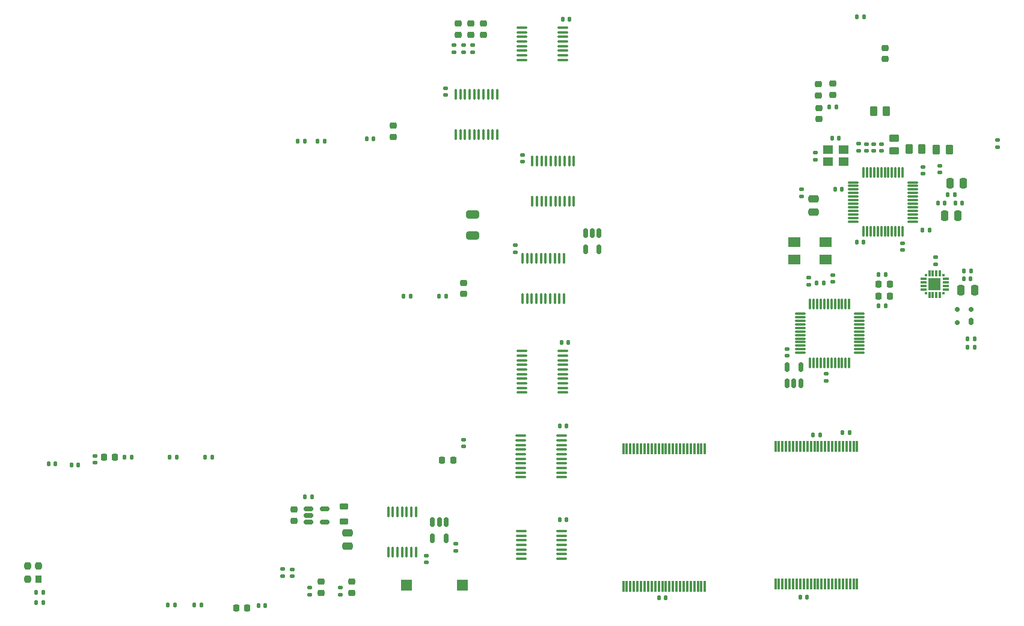
<source format=gtp>
G04 #@! TF.GenerationSoftware,KiCad,Pcbnew,8.0.4*
G04 #@! TF.CreationDate,2024-08-11T20:40:03-07:00*
G04 #@! TF.ProjectId,ns32k,6e733332-6b2e-46b6-9963-61645f706362,4*
G04 #@! TF.SameCoordinates,Original*
G04 #@! TF.FileFunction,Paste,Top*
G04 #@! TF.FilePolarity,Positive*
%FSLAX46Y46*%
G04 Gerber Fmt 4.6, Leading zero omitted, Abs format (unit mm)*
G04 Created by KiCad (PCBNEW 8.0.4) date 2024-08-11 20:40:03*
%MOMM*%
%LPD*%
G01*
G04 APERTURE LIST*
G04 Aperture macros list*
%AMRoundRect*
0 Rectangle with rounded corners*
0 $1 Rounding radius*
0 $2 $3 $4 $5 $6 $7 $8 $9 X,Y pos of 4 corners*
0 Add a 4 corners polygon primitive as box body*
4,1,4,$2,$3,$4,$5,$6,$7,$8,$9,$2,$3,0*
0 Add four circle primitives for the rounded corners*
1,1,$1+$1,$2,$3*
1,1,$1+$1,$4,$5*
1,1,$1+$1,$6,$7*
1,1,$1+$1,$8,$9*
0 Add four rect primitives between the rounded corners*
20,1,$1+$1,$2,$3,$4,$5,0*
20,1,$1+$1,$4,$5,$6,$7,0*
20,1,$1+$1,$6,$7,$8,$9,0*
20,1,$1+$1,$8,$9,$2,$3,0*%
G04 Aperture macros list end*
%ADD10RoundRect,0.135000X0.185000X-0.135000X0.185000X0.135000X-0.185000X0.135000X-0.185000X-0.135000X0*%
%ADD11RoundRect,0.140000X0.140000X0.170000X-0.140000X0.170000X-0.140000X-0.170000X0.140000X-0.170000X0*%
%ADD12RoundRect,0.135000X0.135000X0.185000X-0.135000X0.185000X-0.135000X-0.185000X0.135000X-0.185000X0*%
%ADD13RoundRect,0.250000X-0.475000X0.250000X-0.475000X-0.250000X0.475000X-0.250000X0.475000X0.250000X0*%
%ADD14RoundRect,0.140000X-0.170000X0.140000X-0.170000X-0.140000X0.170000X-0.140000X0.170000X0.140000X0*%
%ADD15RoundRect,0.100000X0.100000X-0.637500X0.100000X0.637500X-0.100000X0.637500X-0.100000X-0.637500X0*%
%ADD16RoundRect,0.140000X0.170000X-0.140000X0.170000X0.140000X-0.170000X0.140000X-0.170000X-0.140000X0*%
%ADD17RoundRect,0.135000X-0.135000X-0.185000X0.135000X-0.185000X0.135000X0.185000X-0.135000X0.185000X0*%
%ADD18RoundRect,0.218750X0.218750X0.256250X-0.218750X0.256250X-0.218750X-0.256250X0.218750X-0.256250X0*%
%ADD19RoundRect,0.140000X-0.140000X-0.170000X0.140000X-0.170000X0.140000X0.170000X-0.140000X0.170000X0*%
%ADD20RoundRect,0.218750X-0.256250X0.218750X-0.256250X-0.218750X0.256250X-0.218750X0.256250X0.218750X0*%
%ADD21RoundRect,0.100000X-0.637500X-0.100000X0.637500X-0.100000X0.637500X0.100000X-0.637500X0.100000X0*%
%ADD22RoundRect,0.150000X-0.150000X0.512500X-0.150000X-0.512500X0.150000X-0.512500X0.150000X0.512500X0*%
%ADD23RoundRect,0.075000X0.662500X0.075000X-0.662500X0.075000X-0.662500X-0.075000X0.662500X-0.075000X0*%
%ADD24RoundRect,0.075000X0.075000X0.662500X-0.075000X0.662500X-0.075000X-0.662500X0.075000X-0.662500X0*%
%ADD25RoundRect,0.135000X-0.185000X0.135000X-0.185000X-0.135000X0.185000X-0.135000X0.185000X0.135000X0*%
%ADD26RoundRect,0.225000X-0.250000X0.225000X-0.250000X-0.225000X0.250000X-0.225000X0.250000X0.225000X0*%
%ADD27RoundRect,0.100000X-0.100000X0.637500X-0.100000X-0.637500X0.100000X-0.637500X0.100000X0.637500X0*%
%ADD28RoundRect,0.175000X0.175000X0.325000X-0.175000X0.325000X-0.175000X-0.325000X0.175000X-0.325000X0*%
%ADD29RoundRect,0.150000X0.200000X0.150000X-0.200000X0.150000X-0.200000X-0.150000X0.200000X-0.150000X0*%
%ADD30RoundRect,0.250000X0.450000X-0.262500X0.450000X0.262500X-0.450000X0.262500X-0.450000X-0.262500X0*%
%ADD31RoundRect,0.147500X-0.147500X-0.172500X0.147500X-0.172500X0.147500X0.172500X-0.147500X0.172500X0*%
%ADD32RoundRect,0.225000X-0.225000X-0.250000X0.225000X-0.250000X0.225000X0.250000X-0.225000X0.250000X0*%
%ADD33RoundRect,0.250000X-0.262500X-0.450000X0.262500X-0.450000X0.262500X0.450000X-0.262500X0.450000X0*%
%ADD34R,1.400000X1.200000*%
%ADD35RoundRect,0.250000X0.262500X0.450000X-0.262500X0.450000X-0.262500X-0.450000X0.262500X-0.450000X0*%
%ADD36RoundRect,0.225000X0.250000X-0.225000X0.250000X0.225000X-0.250000X0.225000X-0.250000X-0.225000X0*%
%ADD37RoundRect,0.150000X-0.512500X-0.150000X0.512500X-0.150000X0.512500X0.150000X-0.512500X0.150000X0*%
%ADD38R,1.500000X1.500000*%
%ADD39RoundRect,0.250000X-0.250000X-0.475000X0.250000X-0.475000X0.250000X0.475000X-0.250000X0.475000X0*%
%ADD40RoundRect,0.147500X0.172500X-0.147500X0.172500X0.147500X-0.172500X0.147500X-0.172500X-0.147500X0*%
%ADD41R,1.800000X1.400000*%
%ADD42R,0.950000X1.000000*%
%ADD43RoundRect,0.237500X0.237500X-0.262500X0.237500X0.262500X-0.237500X0.262500X-0.237500X-0.262500X0*%
%ADD44RoundRect,0.075000X-0.075000X0.712500X-0.075000X-0.712500X0.075000X-0.712500X0.075000X0.712500X0*%
%ADD45RoundRect,0.150000X0.150000X-0.512500X0.150000X0.512500X-0.150000X0.512500X-0.150000X-0.512500X0*%
%ADD46RoundRect,0.250000X-0.650000X0.325000X-0.650000X-0.325000X0.650000X-0.325000X0.650000X0.325000X0*%
%ADD47R,1.800000X1.800000*%
%ADD48R,0.300000X0.300000*%
%ADD49R,0.300000X0.900000*%
%ADD50R,0.900000X0.300000*%
%ADD51RoundRect,0.225000X0.225000X0.250000X-0.225000X0.250000X-0.225000X-0.250000X0.225000X-0.250000X0*%
%ADD52RoundRect,0.218750X-0.381250X0.218750X-0.381250X-0.218750X0.381250X-0.218750X0.381250X0.218750X0*%
G04 APERTURE END LIST*
D10*
X178257200Y-72087200D03*
X178257200Y-71067200D03*
D11*
X175917800Y-77571600D03*
X174957800Y-77571600D03*
D10*
X97155000Y-132075200D03*
X97155000Y-131055200D03*
D12*
X103126000Y-70806400D03*
X102106000Y-70806400D03*
D10*
X122631200Y-58235400D03*
X122631200Y-57215400D03*
D13*
X171881800Y-78859200D03*
X171881800Y-80759200D03*
D14*
X173685200Y-103575000D03*
X173685200Y-104535000D03*
D15*
X130937000Y-92990600D03*
X131587000Y-92990600D03*
X132237000Y-92990600D03*
X132887000Y-92990600D03*
X133537000Y-92990600D03*
X134187000Y-92990600D03*
X134837000Y-92990600D03*
X135487000Y-92990600D03*
X136137000Y-92990600D03*
X136787000Y-92990600D03*
X136787000Y-87265600D03*
X136137000Y-87265600D03*
X135487000Y-87265600D03*
X134837000Y-87265600D03*
X134187000Y-87265600D03*
X133537000Y-87265600D03*
X132887000Y-87265600D03*
X132237000Y-87265600D03*
X131587000Y-87265600D03*
X130937000Y-87265600D03*
D16*
X180390800Y-72110600D03*
X180390800Y-71150600D03*
D17*
X84732400Y-136109800D03*
X85752400Y-136109800D03*
D18*
X182677000Y-90930000D03*
X181102000Y-90930000D03*
D12*
X82044000Y-136109800D03*
X81024000Y-136109800D03*
X175131600Y-65927900D03*
X174111600Y-65927900D03*
D19*
X193070000Y-90168000D03*
X194030000Y-90168000D03*
D14*
X117373400Y-129187000D03*
X117373400Y-130147000D03*
D11*
X120164800Y-92625000D03*
X119204800Y-92625000D03*
D12*
X101348000Y-120920600D03*
X100328000Y-120920600D03*
D17*
X114145600Y-92625000D03*
X115165600Y-92625000D03*
D20*
X106883200Y-132858500D03*
X106883200Y-134433500D03*
D14*
X98552000Y-131142800D03*
X98552000Y-132102800D03*
D12*
X182120000Y-89533000D03*
X181100000Y-89533000D03*
D16*
X187299600Y-75333800D03*
X187299600Y-74373800D03*
D20*
X123647200Y-54194700D03*
X123647200Y-55769700D03*
D18*
X182677000Y-92611000D03*
X181102000Y-92611000D03*
D21*
X130868500Y-54764600D03*
X130868500Y-55414600D03*
X130868500Y-56064600D03*
X130868500Y-56714600D03*
X130868500Y-57364600D03*
X130868500Y-58014600D03*
X130868500Y-58664600D03*
X130868500Y-59314600D03*
X136593500Y-59314600D03*
X136593500Y-58664600D03*
X136593500Y-58014600D03*
X136593500Y-57364600D03*
X136593500Y-56714600D03*
X136593500Y-56064600D03*
X136593500Y-55414600D03*
X136593500Y-54764600D03*
D11*
X151102000Y-135144600D03*
X150142000Y-135144600D03*
D19*
X93741600Y-136246600D03*
X94701600Y-136246600D03*
D22*
X141691400Y-83723900D03*
X140741400Y-83723900D03*
X139791400Y-83723900D03*
X139791400Y-85998900D03*
X141691400Y-85998900D03*
D16*
X174650400Y-90599200D03*
X174650400Y-89639200D03*
D11*
X178991200Y-84988400D03*
X178031200Y-84988400D03*
D19*
X62484600Y-135754200D03*
X63444600Y-135754200D03*
D23*
X178355700Y-100585400D03*
X178355700Y-100085400D03*
X178355700Y-99585400D03*
X178355700Y-99085400D03*
X178355700Y-98585400D03*
X178355700Y-98085400D03*
X178355700Y-97585400D03*
X178355700Y-97085400D03*
X178355700Y-96585400D03*
X178355700Y-96085400D03*
X178355700Y-95585400D03*
X178355700Y-95085400D03*
D24*
X176943200Y-93672900D03*
X176443200Y-93672900D03*
X175943200Y-93672900D03*
X175443200Y-93672900D03*
X174943200Y-93672900D03*
X174443200Y-93672900D03*
X173943200Y-93672900D03*
X173443200Y-93672900D03*
X172943200Y-93672900D03*
X172443200Y-93672900D03*
X171943200Y-93672900D03*
X171443200Y-93672900D03*
D23*
X170030700Y-95085400D03*
X170030700Y-95585400D03*
X170030700Y-96085400D03*
X170030700Y-96585400D03*
X170030700Y-97085400D03*
X170030700Y-97585400D03*
X170030700Y-98085400D03*
X170030700Y-98585400D03*
X170030700Y-99085400D03*
X170030700Y-99585400D03*
X170030700Y-100085400D03*
X170030700Y-100585400D03*
D24*
X171443200Y-101997900D03*
X171943200Y-101997900D03*
X172443200Y-101997900D03*
X172943200Y-101997900D03*
X173443200Y-101997900D03*
X173943200Y-101997900D03*
X174443200Y-101997900D03*
X174943200Y-101997900D03*
X175443200Y-101997900D03*
X175943200Y-101997900D03*
X176443200Y-101997900D03*
X176943200Y-101997900D03*
D25*
X189103000Y-87118000D03*
X189103000Y-88138000D03*
D17*
X178001200Y-53263800D03*
X179021200Y-53263800D03*
D25*
X105283000Y-133644000D03*
X105283000Y-134664000D03*
D26*
X112776000Y-68583600D03*
X112776000Y-70133600D03*
D27*
X115945200Y-122994500D03*
X115295200Y-122994500D03*
X114645200Y-122994500D03*
X113995200Y-122994500D03*
X113345200Y-122994500D03*
X112695200Y-122994500D03*
X112045200Y-122994500D03*
X112045200Y-128719500D03*
X112695200Y-128719500D03*
X113345200Y-128719500D03*
X113995200Y-128719500D03*
X114645200Y-128719500D03*
X115295200Y-128719500D03*
X115945200Y-128719500D03*
D19*
X191874200Y-79470200D03*
X192834200Y-79470200D03*
D28*
X194143600Y-96139100D03*
D29*
X194143600Y-94439100D03*
X192143600Y-94439100D03*
X192143600Y-96339100D03*
D17*
X187221400Y-83337400D03*
X188241400Y-83337400D03*
D30*
X183261000Y-72134100D03*
X183261000Y-70309100D03*
D31*
X190827800Y-78301800D03*
X191797800Y-78301800D03*
D21*
X130741500Y-125701600D03*
X130741500Y-126351600D03*
X130741500Y-127001600D03*
X130741500Y-127651600D03*
X130741500Y-128301600D03*
X130741500Y-128951600D03*
X130741500Y-129601600D03*
X136466500Y-129601600D03*
X136466500Y-128951600D03*
X136466500Y-128301600D03*
X136466500Y-127651600D03*
X136466500Y-127001600D03*
X136466500Y-126351600D03*
X136466500Y-125701600D03*
D11*
X65148400Y-116272400D03*
X64188400Y-116272400D03*
D13*
X106299000Y-125939600D03*
X106299000Y-127839600D03*
D12*
X194080000Y-89025000D03*
X193060000Y-89025000D03*
D32*
X71996000Y-115332600D03*
X73546000Y-115332600D03*
D33*
X185373000Y-71831200D03*
X187198000Y-71831200D03*
D11*
X171015600Y-135017604D03*
X170055600Y-135017604D03*
D17*
X81278000Y-115332600D03*
X82298000Y-115332600D03*
D20*
X125425200Y-54194700D03*
X125425200Y-55769700D03*
D14*
X184429400Y-85143400D03*
X184429400Y-86103400D03*
D26*
X122682000Y-90732400D03*
X122682000Y-92282400D03*
D12*
X182120000Y-93978000D03*
X181100000Y-93978000D03*
X194644200Y-99845400D03*
X193624200Y-99845400D03*
D20*
X174647000Y-62676600D03*
X174647000Y-64251600D03*
D26*
X98806000Y-122685600D03*
X98806000Y-124235600D03*
D33*
X189231900Y-71958200D03*
X191056900Y-71958200D03*
D16*
X181457600Y-72110600D03*
X181457600Y-71150600D03*
D15*
X132330000Y-79272600D03*
X132980000Y-79272600D03*
X133630000Y-79272600D03*
X134280000Y-79272600D03*
X134930000Y-79272600D03*
X135580000Y-79272600D03*
X136230000Y-79272600D03*
X136880000Y-79272600D03*
X137530000Y-79272600D03*
X138180000Y-79272600D03*
X138180000Y-73547600D03*
X137530000Y-73547600D03*
X136880000Y-73547600D03*
X136230000Y-73547600D03*
X135580000Y-73547600D03*
X134930000Y-73547600D03*
X134280000Y-73547600D03*
X133630000Y-73547600D03*
X132980000Y-73547600D03*
X132330000Y-73547600D03*
D34*
X176131400Y-71946400D03*
X173931400Y-71946400D03*
X173931400Y-73646400D03*
X176131400Y-73646400D03*
D32*
X119621000Y-115713600D03*
X121171000Y-115713600D03*
D10*
X197815200Y-71579200D03*
X197815200Y-70559200D03*
D20*
X121869200Y-54194700D03*
X121869200Y-55769700D03*
D19*
X67414200Y-116374000D03*
X68374200Y-116374000D03*
D35*
X182192300Y-66497200D03*
X180367300Y-66497200D03*
D16*
X189738000Y-75181400D03*
X189738000Y-74221400D03*
D19*
X136426000Y-99110800D03*
X137386000Y-99110800D03*
D10*
X121259600Y-58235400D03*
X121259600Y-57215400D03*
D16*
X171221400Y-90980200D03*
X171221400Y-90020200D03*
D11*
X190395800Y-79521000D03*
X189435800Y-79521000D03*
D36*
X181991000Y-59195000D03*
X181991000Y-57645000D03*
D21*
X130868500Y-100342600D03*
X130868500Y-100992600D03*
X130868500Y-101642600D03*
X130868500Y-102292600D03*
X130868500Y-102942600D03*
X130868500Y-103592600D03*
X130868500Y-104242600D03*
X130868500Y-104892600D03*
X130868500Y-105542600D03*
X130868500Y-106192600D03*
X136593500Y-106192600D03*
X136593500Y-105542600D03*
X136593500Y-104892600D03*
X136593500Y-104242600D03*
X136593500Y-103592600D03*
X136593500Y-102942600D03*
X136593500Y-102292600D03*
X136593500Y-101642600D03*
X136593500Y-100992600D03*
X136593500Y-100342600D03*
D37*
X100843500Y-122576600D03*
X100843500Y-123526600D03*
X100843500Y-124476600D03*
X103118500Y-124476600D03*
X103118500Y-122576600D03*
D38*
X114641800Y-133350000D03*
X122441800Y-133350000D03*
D17*
X62482600Y-134357200D03*
X63502600Y-134357200D03*
D39*
X190362800Y-81299000D03*
X192262800Y-81299000D03*
D40*
X179349400Y-72138400D03*
X179349400Y-71168400D03*
D41*
X169224600Y-87407600D03*
X173624600Y-87407600D03*
X173624600Y-85007600D03*
X169224600Y-85007600D03*
D17*
X172362400Y-90728800D03*
X173382400Y-90728800D03*
D12*
X100332000Y-70806400D03*
X99312000Y-70806400D03*
D42*
X62827200Y-132471600D03*
D43*
X62827200Y-130621600D03*
X61277200Y-130621600D03*
X61277200Y-132471600D03*
D17*
X86231000Y-115332600D03*
X87251000Y-115332600D03*
D44*
X156630000Y-114118600D03*
X156130000Y-114118600D03*
X155630000Y-114118600D03*
X155130000Y-114118600D03*
X154630000Y-114118600D03*
X154130000Y-114118600D03*
X153630000Y-114118600D03*
X153130000Y-114118600D03*
X152630000Y-114118600D03*
X152130000Y-114118600D03*
X151630000Y-114118600D03*
X151130000Y-114118600D03*
X150630000Y-114118600D03*
X150130000Y-114118600D03*
X149630000Y-114118600D03*
X149130000Y-114118600D03*
X148630000Y-114118600D03*
X148130000Y-114118600D03*
X147630000Y-114118600D03*
X147130000Y-114118600D03*
X146630000Y-114118600D03*
X146130000Y-114118600D03*
X145630000Y-114118600D03*
X145130000Y-114118600D03*
X145130000Y-133493600D03*
X145630000Y-133493600D03*
X146130000Y-133493600D03*
X146630000Y-133493600D03*
X147130000Y-133493600D03*
X147630000Y-133493600D03*
X148130000Y-133493600D03*
X148630000Y-133493600D03*
X149130000Y-133493600D03*
X149630000Y-133493600D03*
X150130000Y-133493600D03*
X150630000Y-133493600D03*
X151130000Y-133493600D03*
X151630000Y-133493600D03*
X152130000Y-133493600D03*
X152630000Y-133493600D03*
X153130000Y-133493600D03*
X153630000Y-133493600D03*
X154130000Y-133493600D03*
X154630000Y-133493600D03*
X155130000Y-133493600D03*
X155630000Y-133493600D03*
X156130000Y-133493600D03*
X156630000Y-133493600D03*
X178053000Y-113808600D03*
X177553000Y-113808600D03*
X177053000Y-113808600D03*
X176553000Y-113808600D03*
X176053000Y-113808600D03*
X175553000Y-113808600D03*
X175053000Y-113808600D03*
X174553000Y-113808600D03*
X174053000Y-113808600D03*
X173553000Y-113808600D03*
X173053000Y-113808600D03*
X172553000Y-113808600D03*
X172053000Y-113808600D03*
X171553000Y-113808600D03*
X171053000Y-113808600D03*
X170553000Y-113808600D03*
X170053000Y-113808600D03*
X169553000Y-113808600D03*
X169053000Y-113808600D03*
X168553000Y-113808600D03*
X168053000Y-113808600D03*
X167553000Y-113808600D03*
X167053000Y-113808600D03*
X166553000Y-113808600D03*
X166553000Y-133183600D03*
X167053000Y-133183600D03*
X167553000Y-133183600D03*
X168053000Y-133183600D03*
X168553000Y-133183600D03*
X169053000Y-133183600D03*
X169553000Y-133183600D03*
X170053000Y-133183600D03*
X170553000Y-133183600D03*
X171053000Y-133183600D03*
X171553000Y-133183600D03*
X172053000Y-133183600D03*
X172553000Y-133183600D03*
X173053000Y-133183600D03*
X173553000Y-133183600D03*
X174053000Y-133183600D03*
X174553000Y-133183600D03*
X175053000Y-133183600D03*
X175553000Y-133183600D03*
X176053000Y-133183600D03*
X176553000Y-133183600D03*
X177053000Y-133183600D03*
X177553000Y-133183600D03*
X178053000Y-133183600D03*
D19*
X136172000Y-124095600D03*
X137132000Y-124095600D03*
D40*
X170205400Y-78541600D03*
X170205400Y-77571600D03*
D14*
X122682000Y-112820600D03*
X122682000Y-113780600D03*
D25*
X100965000Y-133644000D03*
X100965000Y-134664000D03*
D11*
X172819000Y-112157600D03*
X171859000Y-112157600D03*
D16*
X168224200Y-101013200D03*
X168224200Y-100053200D03*
X129895600Y-86399400D03*
X129895600Y-85439400D03*
D45*
X168214000Y-104871100D03*
X169164000Y-104871100D03*
X170114000Y-104871100D03*
X170114000Y-102596100D03*
X168214000Y-102596100D03*
D20*
X172567600Y-62737900D03*
X172567600Y-64312900D03*
D12*
X176991200Y-111861600D03*
X175971200Y-111861600D03*
D14*
X121539000Y-127536000D03*
X121539000Y-128496000D03*
D19*
X136629200Y-53619400D03*
X137589200Y-53619400D03*
D46*
X123875800Y-81075000D03*
X123875800Y-84025000D03*
D15*
X121531000Y-69876600D03*
X122181000Y-69876600D03*
X122831000Y-69876600D03*
X123481000Y-69876600D03*
X124131000Y-69876600D03*
X124781000Y-69876600D03*
X125431000Y-69876600D03*
X126081000Y-69876600D03*
X126731000Y-69876600D03*
X127381000Y-69876600D03*
X127381000Y-64151600D03*
X126731000Y-64151600D03*
X126081000Y-64151600D03*
X125431000Y-64151600D03*
X124781000Y-64151600D03*
X124131000Y-64151600D03*
X123481000Y-64151600D03*
X122831000Y-64151600D03*
X122181000Y-64151600D03*
X121531000Y-64151600D03*
D11*
X175486000Y-70307200D03*
X174526000Y-70307200D03*
D20*
X102590600Y-132858500D03*
X102590600Y-134433500D03*
D12*
X194644200Y-98626200D03*
X193624200Y-98626200D03*
D16*
X130937000Y-73648600D03*
X130937000Y-72688600D03*
X120142000Y-64250600D03*
X120142000Y-63290600D03*
D23*
X185874100Y-82074200D03*
X185874100Y-81574200D03*
X185874100Y-81074200D03*
X185874100Y-80574200D03*
X185874100Y-80074200D03*
X185874100Y-79574200D03*
X185874100Y-79074200D03*
X185874100Y-78574200D03*
X185874100Y-78074200D03*
X185874100Y-77574200D03*
X185874100Y-77074200D03*
X185874100Y-76574200D03*
D24*
X184461600Y-75161700D03*
X183961600Y-75161700D03*
X183461600Y-75161700D03*
X182961600Y-75161700D03*
X182461600Y-75161700D03*
X181961600Y-75161700D03*
X181461600Y-75161700D03*
X180961600Y-75161700D03*
X180461600Y-75161700D03*
X179961600Y-75161700D03*
X179461600Y-75161700D03*
X178961600Y-75161700D03*
D23*
X177549100Y-76574200D03*
X177549100Y-77074200D03*
X177549100Y-77574200D03*
X177549100Y-78074200D03*
X177549100Y-78574200D03*
X177549100Y-79074200D03*
X177549100Y-79574200D03*
X177549100Y-80074200D03*
X177549100Y-80574200D03*
X177549100Y-81074200D03*
X177549100Y-81574200D03*
X177549100Y-82074200D03*
D24*
X178961600Y-83486700D03*
X179461600Y-83486700D03*
X179961600Y-83486700D03*
X180461600Y-83486700D03*
X180961600Y-83486700D03*
X181461600Y-83486700D03*
X181961600Y-83486700D03*
X182461600Y-83486700D03*
X182961600Y-83486700D03*
X183461600Y-83486700D03*
X183961600Y-83486700D03*
X184461600Y-83486700D03*
D47*
X188976000Y-90930000D03*
D48*
X187726000Y-92180000D03*
D49*
X188226000Y-92480000D03*
X188726000Y-92480000D03*
X189226000Y-92480000D03*
X189726000Y-92480000D03*
D48*
X190226000Y-92180000D03*
D50*
X190526000Y-91680000D03*
X190526000Y-91180000D03*
X190526000Y-90680000D03*
X190526000Y-90180000D03*
D48*
X190226000Y-89680000D03*
D49*
X189726000Y-89380000D03*
X189226000Y-89380000D03*
X188726000Y-89380000D03*
X188226000Y-89380000D03*
D48*
X187726000Y-89680000D03*
D50*
X187426000Y-90180000D03*
X187426000Y-90680000D03*
X187426000Y-91180000D03*
X187426000Y-91680000D03*
D22*
X120177600Y-124414700D03*
X119227600Y-124414700D03*
X118277600Y-124414700D03*
X118277600Y-126689700D03*
X120177600Y-126689700D03*
D16*
X172161200Y-73378000D03*
X172161200Y-72418000D03*
D21*
X130683000Y-112269600D03*
X130683000Y-112919600D03*
X130683000Y-113569600D03*
X130683000Y-114219600D03*
X130683000Y-114869600D03*
X130683000Y-115519600D03*
X130683000Y-116169600D03*
X130683000Y-116819600D03*
X130683000Y-117469600D03*
X130683000Y-118119600D03*
X136408000Y-118119600D03*
X136408000Y-117469600D03*
X136408000Y-116819600D03*
X136408000Y-116169600D03*
X136408000Y-115519600D03*
X136408000Y-114869600D03*
X136408000Y-114219600D03*
X136408000Y-113569600D03*
X136408000Y-112919600D03*
X136408000Y-112269600D03*
D39*
X192676200Y-91768200D03*
X194576200Y-91768200D03*
D26*
X172716600Y-66118100D03*
X172716600Y-67668100D03*
D14*
X70764400Y-115106600D03*
X70764400Y-116066600D03*
D51*
X92164200Y-136516200D03*
X90614200Y-136516200D03*
D39*
X191140000Y-76701600D03*
X193040000Y-76701600D03*
D12*
X75948000Y-115332600D03*
X74928000Y-115332600D03*
D11*
X109954000Y-70425400D03*
X108994000Y-70425400D03*
D10*
X123901200Y-58235400D03*
X123901200Y-57215400D03*
D19*
X136172000Y-110887600D03*
X137132000Y-110887600D03*
D52*
X105791000Y-122271100D03*
X105791000Y-124396100D03*
M02*

</source>
